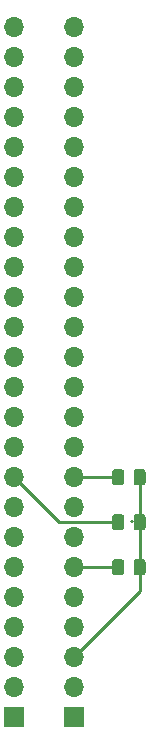
<source format=gbr>
%TF.GenerationSoftware,KiCad,Pcbnew,(5.1.10)-1*%
%TF.CreationDate,2021-05-31T22:30:43+02:00*%
%TF.ProjectId,Nes Sound Expansion,4e657320-536f-4756-9e64-20457870616e,rev?*%
%TF.SameCoordinates,Original*%
%TF.FileFunction,Copper,L1,Top*%
%TF.FilePolarity,Positive*%
%FSLAX46Y46*%
G04 Gerber Fmt 4.6, Leading zero omitted, Abs format (unit mm)*
G04 Created by KiCad (PCBNEW (5.1.10)-1) date 2021-05-31 22:30:43*
%MOMM*%
%LPD*%
G01*
G04 APERTURE LIST*
%TA.AperFunction,ComponentPad*%
%ADD10O,1.700000X1.700000*%
%TD*%
%TA.AperFunction,ComponentPad*%
%ADD11R,1.700000X1.700000*%
%TD*%
%TA.AperFunction,Conductor*%
%ADD12C,0.250000*%
%TD*%
G04 APERTURE END LIST*
%TO.P,R2,2*%
%TO.N,AudIn*%
%TA.AperFunction,SMDPad,CuDef*%
G36*
G01*
X113914500Y-92906002D02*
X113914500Y-92005998D01*
G75*
G02*
X114164498Y-91756000I249998J0D01*
G01*
X114689502Y-91756000D01*
G75*
G02*
X114939500Y-92005998I0J-249998D01*
G01*
X114939500Y-92906002D01*
G75*
G02*
X114689502Y-93156000I-249998J0D01*
G01*
X114164498Y-93156000D01*
G75*
G02*
X113914500Y-92906002I0J249998D01*
G01*
G37*
%TD.AperFunction*%
%TO.P,R2,1*%
%TO.N,Net-(J4-Pad9)*%
%TA.AperFunction,SMDPad,CuDef*%
G36*
G01*
X112089500Y-92906002D02*
X112089500Y-92005998D01*
G75*
G02*
X112339498Y-91756000I249998J0D01*
G01*
X112864502Y-91756000D01*
G75*
G02*
X113114500Y-92005998I0J-249998D01*
G01*
X113114500Y-92906002D01*
G75*
G02*
X112864502Y-93156000I-249998J0D01*
G01*
X112339498Y-93156000D01*
G75*
G02*
X112089500Y-92906002I0J249998D01*
G01*
G37*
%TD.AperFunction*%
%TD*%
%TO.P,R3,2*%
%TO.N,AudIn*%
%TA.AperFunction,SMDPad,CuDef*%
G36*
G01*
X113914500Y-96716002D02*
X113914500Y-95815998D01*
G75*
G02*
X114164498Y-95566000I249998J0D01*
G01*
X114689502Y-95566000D01*
G75*
G02*
X114939500Y-95815998I0J-249998D01*
G01*
X114939500Y-96716002D01*
G75*
G02*
X114689502Y-96966000I-249998J0D01*
G01*
X114164498Y-96966000D01*
G75*
G02*
X113914500Y-96716002I0J249998D01*
G01*
G37*
%TD.AperFunction*%
%TO.P,R3,1*%
%TO.N,Net-(J3-Pad6)*%
%TA.AperFunction,SMDPad,CuDef*%
G36*
G01*
X112089500Y-96716002D02*
X112089500Y-95815998D01*
G75*
G02*
X112339498Y-95566000I249998J0D01*
G01*
X112864502Y-95566000D01*
G75*
G02*
X113114500Y-95815998I0J-249998D01*
G01*
X113114500Y-96716002D01*
G75*
G02*
X112864502Y-96966000I-249998J0D01*
G01*
X112339498Y-96966000D01*
G75*
G02*
X112089500Y-96716002I0J249998D01*
G01*
G37*
%TD.AperFunction*%
%TD*%
%TO.P,R1,2*%
%TO.N,AudIn*%
%TA.AperFunction,SMDPad,CuDef*%
G36*
G01*
X113914500Y-89096002D02*
X113914500Y-88195998D01*
G75*
G02*
X114164498Y-87946000I249998J0D01*
G01*
X114689502Y-87946000D01*
G75*
G02*
X114939500Y-88195998I0J-249998D01*
G01*
X114939500Y-89096002D01*
G75*
G02*
X114689502Y-89346000I-249998J0D01*
G01*
X114164498Y-89346000D01*
G75*
G02*
X113914500Y-89096002I0J249998D01*
G01*
G37*
%TD.AperFunction*%
%TO.P,R1,1*%
%TO.N,Net-(J3-Pad9)*%
%TA.AperFunction,SMDPad,CuDef*%
G36*
G01*
X112089500Y-89096002D02*
X112089500Y-88195998D01*
G75*
G02*
X112339498Y-87946000I249998J0D01*
G01*
X112864502Y-87946000D01*
G75*
G02*
X113114500Y-88195998I0J-249998D01*
G01*
X113114500Y-89096002D01*
G75*
G02*
X112864502Y-89346000I-249998J0D01*
G01*
X112339498Y-89346000D01*
G75*
G02*
X112089500Y-89096002I0J249998D01*
G01*
G37*
%TD.AperFunction*%
%TD*%
D10*
%TO.P,J3,24*%
%TO.N,N/C*%
X108839000Y-50546000D03*
%TO.P,J3,23*%
X108839000Y-53086000D03*
%TO.P,J3,22*%
X108839000Y-55626000D03*
%TO.P,J3,21*%
X108839000Y-58166000D03*
%TO.P,J3,20*%
X108839000Y-60706000D03*
%TO.P,J3,19*%
X108839000Y-63246000D03*
%TO.P,J3,18*%
X108839000Y-65786000D03*
%TO.P,J3,17*%
X108839000Y-68326000D03*
%TO.P,J3,16*%
X108839000Y-70866000D03*
%TO.P,J3,15*%
X108839000Y-73406000D03*
%TO.P,J3,14*%
X108839000Y-75946000D03*
%TO.P,J3,13*%
X108839000Y-78486000D03*
%TO.P,J3,12*%
X108839000Y-81026000D03*
%TO.P,J3,11*%
X108839000Y-83566000D03*
%TO.P,J3,10*%
X108839000Y-86106000D03*
%TO.P,J3,9*%
%TO.N,Net-(J3-Pad9)*%
X108839000Y-88646000D03*
%TO.P,J3,8*%
%TO.N,N/C*%
X108839000Y-91186000D03*
%TO.P,J3,7*%
X108839000Y-93726000D03*
%TO.P,J3,6*%
%TO.N,Net-(J3-Pad6)*%
X108839000Y-96266000D03*
%TO.P,J3,5*%
%TO.N,N/C*%
X108839000Y-98806000D03*
%TO.P,J3,4*%
X108839000Y-101346000D03*
%TO.P,J3,3*%
%TO.N,AudIn*%
X108839000Y-103886000D03*
%TO.P,J3,2*%
%TO.N,GND*%
X108839000Y-106426000D03*
D11*
%TO.P,J3,1*%
%TO.N,Net-(J3-Pad1)*%
X108839000Y-108966000D03*
%TD*%
D10*
%TO.P,J4,24*%
%TO.N,N/C*%
X103759000Y-50546000D03*
%TO.P,J4,23*%
X103759000Y-53086000D03*
%TO.P,J4,22*%
X103759000Y-55626000D03*
%TO.P,J4,21*%
X103759000Y-58166000D03*
%TO.P,J4,20*%
X103759000Y-60706000D03*
%TO.P,J4,19*%
X103759000Y-63246000D03*
%TO.P,J4,18*%
X103759000Y-65786000D03*
%TO.P,J4,17*%
X103759000Y-68326000D03*
%TO.P,J4,16*%
X103759000Y-70866000D03*
%TO.P,J4,15*%
X103759000Y-73406000D03*
%TO.P,J4,14*%
X103759000Y-75946000D03*
%TO.P,J4,13*%
X103759000Y-78486000D03*
%TO.P,J4,12*%
X103759000Y-81026000D03*
%TO.P,J4,11*%
X103759000Y-83566000D03*
%TO.P,J4,10*%
X103759000Y-86106000D03*
%TO.P,J4,9*%
%TO.N,Net-(J4-Pad9)*%
X103759000Y-88646000D03*
%TO.P,J4,8*%
%TO.N,N/C*%
X103759000Y-91186000D03*
%TO.P,J4,7*%
X103759000Y-93726000D03*
%TO.P,J4,6*%
X103759000Y-96266000D03*
%TO.P,J4,5*%
X103759000Y-98806000D03*
%TO.P,J4,4*%
X103759000Y-101346000D03*
%TO.P,J4,3*%
X103759000Y-103886000D03*
%TO.P,J4,2*%
%TO.N,GND*%
X103759000Y-106426000D03*
D11*
%TO.P,J4,1*%
%TO.N,Net-(J3-Pad1)*%
X103759000Y-108966000D03*
%TD*%
D12*
%TO.N,Net-(J3-Pad9)*%
X112602000Y-88646000D02*
X108839000Y-88646000D01*
%TO.N,Net-(J3-Pad6)*%
X112602000Y-96266000D02*
X108839000Y-96266000D01*
%TO.N,Net-(J4-Pad9)*%
X113745000Y-92329000D02*
X113712999Y-92361001D01*
X107569000Y-92456000D02*
X103759000Y-88646000D01*
X112602000Y-92456000D02*
X107569000Y-92456000D01*
%TO.N,AudIn*%
X114427000Y-96266000D02*
X114427000Y-92329000D01*
X114427000Y-88646000D02*
X114427000Y-92329000D01*
X114427000Y-98298000D02*
X108839000Y-103886000D01*
X114427000Y-96266000D02*
X114427000Y-98298000D01*
%TD*%
M02*

</source>
